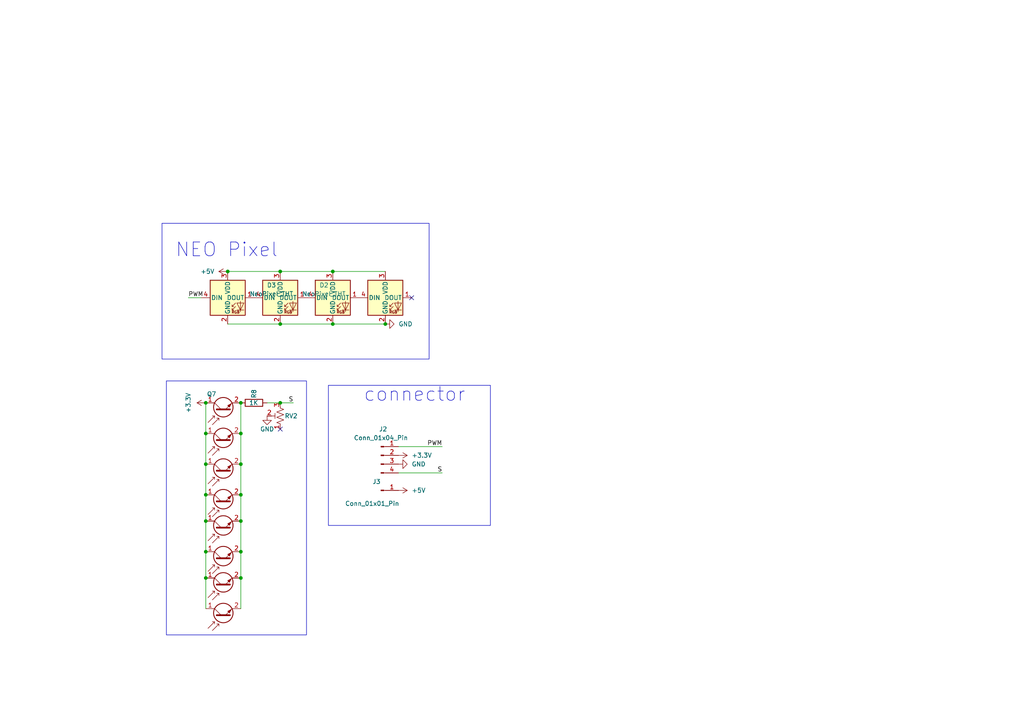
<source format=kicad_sch>
(kicad_sch (version 20230121) (generator eeschema)
  (paper "A4")
  (lib_symbols
    (symbol "Connector:Conn_01x01_Pin" (pin_names (offset 1.016) hide)
      (property "Reference" "J" (at 0 2.54 0))
      (property "Value" "Conn_01x01_Pin" (at 0 -2.54 0))
      (symbol "Conn_01x01_Pin_1_1"
        (polyline (pts (xy 1.27 0) (xy 0.8636 0)) (stroke (width 0.1524)))
        (rectangle (start 0.8636 0.127) (end 0 -0.127) (stroke (width 0.1524)) (fill (type outline)))
        (pin passive line (at 5.08 0 180) (length 3.81) (name "Pin_1") (number "1"))
      )
    )
    (symbol "Connector:Conn_01x04_Pin" (pin_names (offset 1.016) hide)
      (property "Reference" "J" (at 0 5.08 0))
      (property "Value" "Conn_01x04_Pin" (at 0 -7.62 0))
      (symbol "Conn_01x04_Pin_1_1"
        (polyline (pts (xy 1.27 -5.08) (xy 0.8636 -5.08)) (stroke (width 0.1524)))
        (polyline (pts (xy 1.27 -2.54) (xy 0.8636 -2.54)) (stroke (width 0.1524)))
        (polyline (pts (xy 1.27 0) (xy 0.8636 0)) (stroke (width 0.1524)))
        (polyline (pts (xy 1.27 2.54) (xy 0.8636 2.54)) (stroke (width 0.1524)))
        (rectangle (start 0.8636 -4.953) (end 0 -5.207) (stroke (width 0.1524)) (fill (type outline)))
        (rectangle (start 0.8636 -2.413) (end 0 -2.667) (stroke (width 0.1524)) (fill (type outline)))
        (rectangle (start 0.8636 0.127) (end 0 -0.127) (stroke (width 0.1524)) (fill (type outline)))
        (rectangle (start 0.8636 2.667) (end 0 2.413) (stroke (width 0.1524)) (fill (type outline)))
        (pin passive line (at 5.08 2.54 180) (length 3.81) (name "Pin_1") (number "1"))
        (pin passive line (at 5.08 0 180) (length 3.81) (name "Pin_2") (number "2"))
        (pin passive line (at 5.08 -2.54 180) (length 3.81) (name "Pin_3") (number "3"))
        (pin passive line (at 5.08 -5.08 180) (length 3.81) (name "Pin_4") (number "4"))
      )
    )
    (symbol "Device:Q_Photo_NPN" (pin_names (offset 0) hide)
      (property "Reference" "Q" (at 5.08 1.27 0))
      (property "Value" "Q_Photo_NPN" (at 5.08 -1.27 0))
      (symbol "Q_Photo_NPN_0_1"
        (polyline (pts (xy -1.905 1.27) (xy -2.54 1.27)))
        (polyline (pts (xy -1.27 2.54) (xy -1.905 2.54)))
        (polyline (pts (xy 0.635 0.635) (xy 2.54 2.54)))
        (polyline (pts (xy -3.81 3.175) (xy -1.905 1.27) (xy -1.905 1.905)))
        (polyline (pts (xy -3.175 4.445) (xy -1.27 2.54) (xy -1.27 3.175)))
        (polyline (pts (xy 0.635 -0.635) (xy 2.54 -2.54) (xy 2.54 -2.54)))
        (polyline (pts (xy 0.635 1.905) (xy 0.635 -1.905) (xy 0.635 -1.905)) (stroke (width 0.508)))
        (polyline (pts (xy 1.27 -1.778) (xy 1.778 -1.27) (xy 2.286 -2.286) (xy 1.27 -1.778) (xy 1.27 -1.778)) (fill (type outline)))
        (circle (center 1.27 0) (radius 2.8194) (stroke (width 0.254)))
      )
      (symbol "Q_Photo_NPN_1_1"
        (pin passive line (at 2.54 5.08 270) (length 2.54) (name "C") (number "1"))
        (pin passive line (at 2.54 -5.08 90) (length 2.54) (name "E") (number "2"))
      )
    )
    (symbol "Device:R" (pin_numbers hide) (pin_names (offset 0))
      (property "Reference" "R" (at 2.032 0 90))
      (property "Value" "R" (at 0 0 90))
      (symbol "R_0_1"
        (rectangle (start -1.016 -2.54) (end 1.016 2.54) (stroke (width 0.254)))
      )
      (symbol "R_1_1"
        (pin passive line (at 0 3.81 270) (length 1.27) (name "~") (number "1"))
        (pin passive line (at 0 -3.81 90) (length 1.27) (name "~") (number "2"))
      )
    )
    (symbol "Device:R_Potentiometer_Trim_US" (pin_names (offset 1.016) hide)
      (property "Reference" "RV" (at -4.445 0 90))
      (property "Value" "R_Potentiometer_Trim_US" (at -2.54 0 90))
      (symbol "R_Potentiometer_Trim_US_0_1"
        (polyline (pts (xy 0 -2.286) (xy 0 -2.54)))
        (polyline (pts (xy 0 2.286) (xy 0 2.54)))
        (polyline (pts (xy 1.524 0.762) (xy 1.524 -0.762)))
        (polyline (pts (xy 2.54 0) (xy 1.524 0)))
        (polyline (pts (xy 0 -0.762) (xy 1.016 -1.143) (xy 0 -1.524) (xy -1.016 -1.905) (xy 0 -2.286)))
        (polyline (pts (xy 0 0.762) (xy 1.016 0.381) (xy 0 0) (xy -1.016 -0.381) (xy 0 -0.762)))
        (polyline (pts (xy 0 2.286) (xy 1.016 1.905) (xy 0 1.524) (xy -1.016 1.143) (xy 0 0.762)))
      )
      (symbol "R_Potentiometer_Trim_US_1_1"
        (pin passive line (at 0 3.81 270) (length 1.27) (name "1") (number "1"))
        (pin passive line (at 3.81 0 180) (length 1.27) (name "2") (number "2"))
        (pin passive line (at 0 -3.81 90) (length 1.27) (name "3") (number "3"))
      )
    )
    (symbol "LED:NeoPixel_THT" (pin_names (offset 0.254))
      (property "Reference" "D" (at 5.08 5.715 0))
      (property "Value" "NeoPixel_THT" (at 1.27 -5.715 0))
      (symbol "NeoPixel_THT_0_0"
        (text "RGB" (at 2.286 -4.191 0) (effects (font (size 0.762 0.762))))
      )
      (symbol "NeoPixel_THT_0_1"
        (polyline (pts (xy 1.27 -3.556) (xy 1.778 -3.556)))
        (polyline (pts (xy 1.27 -2.54) (xy 1.778 -2.54)))
        (polyline (pts (xy 4.699 -3.556) (xy 2.667 -3.556)))
        (polyline (pts (xy 2.286 -2.54) (xy 1.27 -3.556) (xy 1.27 -3.048)))
        (polyline (pts (xy 2.286 -1.524) (xy 1.27 -2.54) (xy 1.27 -2.032)))
        (polyline (pts (xy 3.683 -1.016) (xy 3.683 -3.556) (xy 3.683 -4.064)))
        (polyline (pts (xy 4.699 -1.524) (xy 2.667 -1.524) (xy 3.683 -3.556) (xy 4.699 -1.524)))
        (rectangle (start 5.08 5.08) (end -5.08 -5.08) (stroke (width 0.254)) (fill (type background)))
      )
      (symbol "NeoPixel_THT_1_1"
        (pin output line (at 7.62 0 180) (length 2.54) (name "DOUT") (number "1"))
        (pin power_in line (at 0 -7.62 90) (length 2.54) (name "GND") (number "2"))
        (pin power_in line (at 0 7.62 270) (length 2.54) (name "VDD") (number "3"))
        (pin input line (at -7.62 0 0) (length 2.54) (name "DIN") (number "4"))
      )
    )
    (symbol "power:+3.3V" (power) (pin_names (offset 0))
      (property "Value" "+3.3V" (at 0 3.556 0))
      (symbol "+3.3V_0_1"
        (polyline (pts (xy -0.762 1.27) (xy 0 2.54)))
        (polyline (pts (xy 0 0) (xy 0 2.54)))
        (polyline (pts (xy 0 2.54) (xy 0.762 1.27)))
      )
      (symbol "+3.3V_1_1"
        (pin power_in line (at 0 0 90) (length 0) hide (name "+3.3V") (number "1"))
      )
    )
    (symbol "power:+5V" (power) (pin_names (offset 0))
      (property "Value" "+5V" (at 0 3.556 0))
      (symbol "+5V_0_1"
        (polyline (pts (xy -0.762 1.27) (xy 0 2.54)))
        (polyline (pts (xy 0 0) (xy 0 2.54)))
        (polyline (pts (xy 0 2.54) (xy 0.762 1.27)))
      )
      (symbol "+5V_1_1"
        (pin power_in line (at 0 0 90) (length 0) hide (name "+5V") (number "1"))
      )
    )
    (symbol "power:GND" (power) (pin_names (offset 0))
      (property "Value" "GND" (at 0 -3.81 0))
      (symbol "GND_0_1"
        (polyline (pts (xy 0 0) (xy 0 -1.27) (xy 1.27 -1.27) (xy 0 -2.54) (xy -1.27 -1.27) (xy 0 -1.27)))
      )
      (symbol "GND_1_1"
        (pin power_in line (at 0 0 270) (length 0) hide (name "GND") (number "1"))
      )
    )
  )
  (junction (at 81.28 93.98))
  (junction (at 69.85 151.13))
  (junction (at 96.52 93.98))
  (junction (at 59.69 160.02))
  (junction (at 59.69 125.73))
  (junction (at 96.52 78.74))
  (junction (at 69.85 160.02))
  (junction (at 59.69 167.64))
  (junction (at 69.85 116.84))
  (junction (at 69.85 125.73))
  (junction (at 59.69 134.62))
  (junction (at 81.28 78.74))
  (junction (at 59.69 151.13))
  (junction (at 111.76 93.98))
  (junction (at 69.85 134.62))
  (junction (at 81.28 116.84))
  (junction (at 59.69 143.51))
  (junction (at 69.85 167.64))
  (junction (at 59.69 116.84))
  (junction (at 69.85 143.51))
  (junction (at 66.04 78.74))
  (no_connect (at 119.38 86.36))
  (no_connect (at 81.28 124.46))
  (wire (pts (xy 59.69 125.73) (xy 59.69 134.62)))
  (wire (pts (xy 111.76 93.98) (xy 96.52 93.98)))
  (wire (pts (xy 81.28 116.84) (xy 85.09 116.84)))
  (wire (pts (xy 111.76 78.74) (xy 96.52 78.74)))
  (wire (pts (xy 59.69 151.13) (xy 59.69 160.02)))
  (wire (pts (xy 66.04 93.98) (xy 81.28 93.98)))
  (wire (pts (xy 81.28 93.98) (xy 96.52 93.98)))
  (wire (pts (xy 69.85 160.02) (xy 69.85 167.64)))
  (wire (pts (xy 77.47 116.84) (xy 81.28 116.84)))
  (wire (pts (xy 59.69 116.84) (xy 59.69 125.73)))
  (wire (pts (xy 128.27 129.54) (xy 115.57 129.54)))
  (wire (pts (xy 128.27 137.16) (xy 115.57 137.16)))
  (wire (pts (xy 66.04 78.74) (xy 81.28 78.74)))
  (wire (pts (xy 69.85 125.73) (xy 69.85 134.62)))
  (wire (pts (xy 69.85 116.84) (xy 69.85 125.73)))
  (wire (pts (xy 59.69 134.62) (xy 59.69 143.51)))
  (wire (pts (xy 69.85 167.64) (xy 69.85 176.53)))
  (wire (pts (xy 59.69 160.02) (xy 59.69 167.64)))
  (wire (pts (xy 54.61 86.36) (xy 58.42 86.36)))
  (wire (pts (xy 81.28 78.74) (xy 96.52 78.74)))
  (wire (pts (xy 69.85 134.62) (xy 69.85 143.51)))
  (wire (pts (xy 59.69 167.64) (xy 59.69 176.53)))
  (wire (pts (xy 69.85 151.13) (xy 69.85 160.02)))
  (wire (pts (xy 59.69 143.51) (xy 59.69 151.13)))
  (wire (pts (xy 69.85 143.51) (xy 69.85 151.13)))
  (rectangle (start 46.99 64.77) (end 124.46 104.14))
  (rectangle (start 48.26 110.49) (end 88.9 184.15))
  (rectangle (start 95.25 111.76) (end 142.24 152.4))
  (text "connector" (at 105.41 116.84 0) (effects (font (size 4 4)) (justify left bottom)))
  (text "NEO Pixel\n" (at 50.8 74.93 0) (effects (font (size 4 4)) (justify left bottom)))
  (label "PWM" (at 128.27 129.54 180))
  (label "S" (at 128.27 137.16 180))
  (label "PWM" (at 54.61 86.36 0))
  (label "S" (at 85.09 116.84 180))
  (symbol (lib_id "power:GND") (at 115.57 134.62 90) (unit 1)
    (property "Reference" "#PWR012" (effects hide))
    (property "Value" "GND" (at 119.38 134.62 90) (effects (justify right)))
  )
  (symbol (lib_id "Device:Q_Photo_NPN") (at 64.77 153.67 90) (unit 1)
    (property "Reference" "Q1" (effects hide))
    (property "Value" "Q_Photo_NPN" (effects hide))
    (property "Footprint" "LED_THT:LED_D3.0mm_Clear" (effects hide))
  )
  (symbol (lib_id "LED:NeoPixel_THT") (at 66.04 86.36 0) (unit 1)
    (property "Reference" "D3" (at 78.74 82.7121 0))
    (property "Value" "NeoPixel_THT" (at 78.74 85.2521 0))
    (property "Footprint" "LED_SMD:LED_WS2812B_PLCC4_5.0x5.0mm_P3.2mm" (effects hide))
    (property "Datasheet" "https://www.adafruit.com/product/1938" (effects hide))
  )
  (symbol (lib_id "Device:Q_Photo_NPN") (at 64.77 162.56 90) (unit 1)
    (property "Reference" "Q2" (effects hide))
    (property "Value" "Q_Photo_NPN" (effects hide))
    (property "Footprint" "LED_THT:LED_D3.0mm_Clear" (effects hide))
  )
  (symbol (lib_id "power:+3.3V") (at 115.57 132.08 270) (unit 1)
    (property "Reference" "#PWR011" (effects hide))
    (property "Value" "+3.3V" (at 119.38 132.08 90) (effects (justify left)))
  )
  (symbol (lib_id "Device:R_Potentiometer_Trim_US") (at 81.28 120.65 180) (unit 1)
    (property "Reference" "RV2" (at 82.55 120.65 0) (effects (justify right)))
    (property "Value" "R_Potentiometer_Trim_US" (effects hide))
    (property "Footprint" "Potentiometer_SMD:Potentiometer_Vishay_TS53YJ_Vertical" (effects hide))
  )
  (symbol (lib_id "Connector:Conn_01x04_Pin") (at 110.49 132.08 0) (unit 1)
    (property "Reference" "J2" (at 111.125 124.46 0))
    (property "Value" "Conn_01x04_Pin" (at 110.49 127 0))
    (property "Footprint" "Connector_PinHeader_2.54mm:PinHeader_1x04_P2.54mm_Horizontal" (effects hide))
  )
  (symbol (lib_id "power:+5V") (at 66.04 78.74 90) (unit 1)
    (property "Reference" "#PWR01" (effects hide))
    (property "Value" "+5V" (at 62.23 78.74 90) (effects (justify left)))
  )
  (symbol (lib_id "power:GND") (at 111.76 93.98 90) (unit 1)
    (property "Reference" "#PWR03" (effects hide))
    (property "Value" "GND" (at 115.57 93.98 90) (effects (justify right)))
  )
  (symbol (lib_id "Device:Q_Photo_NPN") (at 64.77 146.05 90) (unit 1)
    (property "Reference" "Q10" (effects hide))
    (property "Value" "Q_Photo_NPN" (effects hide))
    (property "Footprint" "LED_THT:LED_D3.0mm_Clear" (effects hide))
  )
  (symbol (lib_id "Device:Q_Photo_NPN") (at 64.77 179.07 90) (unit 1)
    (property "Reference" "Q4" (effects hide))
    (property "Value" "Q_Photo_NPN" (effects hide))
    (property "Footprint" "LED_THT:LED_D3.0mm_Clear" (effects hide))
  )
  (symbol (lib_id "Device:Q_Photo_NPN") (at 64.77 119.38 90) (unit 1)
    (property "Reference" "Q7" (at 62.7507 114.3 90) (effects (justify left)))
    (property "Value" "Q_Photo_NPN" (effects hide))
    (property "Footprint" "LED_THT:LED_D3.0mm_Clear" (effects hide))
  )
  (symbol (lib_id "LED:NeoPixel_THT") (at 96.52 86.36 0) (unit 1)
    (property "Reference" "D5" (effects hide))
    (property "Value" "NeoPixel_THT" (effects hide))
    (property "Footprint" "LED_SMD:LED_WS2812B_PLCC4_5.0x5.0mm_P3.2mm" (effects hide))
    (property "Datasheet" "https://www.adafruit.com/product/1938" (effects hide))
  )
  (symbol (lib_id "power:GND") (at 77.47 120.65 0) (unit 1)
    (property "Reference" "#PWR09" (effects hide))
    (property "Value" "GND" (at 77.47 124.46 0))
  )
  (symbol (lib_id "Device:Q_Photo_NPN") (at 64.77 170.18 90) (unit 1)
    (property "Reference" "Q3" (effects hide))
    (property "Value" "Q_Photo_NPN" (effects hide))
    (property "Footprint" "LED_THT:LED_D3.0mm_Clear" (effects hide))
  )
  (symbol (lib_id "Connector:Conn_01x01_Pin") (at 110.49 142.24 0) (unit 1)
    (property "Reference" "J3" (at 109.22 139.7 0))
    (property "Value" "Conn_01x01_Pin" (at 107.95 146.05 0))
    (property "Footprint" "Connector_PinHeader_2.54mm:PinHeader_1x01_P2.54mm_Vertical" (effects hide))
  )
  (symbol (lib_id "Device:Q_Photo_NPN") (at 64.77 128.27 90) (unit 1)
    (property "Reference" "Q8" (effects hide))
    (property "Value" "Q_Photo_NPN" (effects hide))
    (property "Footprint" "LED_THT:LED_D3.0mm_Clear" (effects hide))
  )
  (symbol (lib_id "power:+3.3V") (at 59.69 116.84 90) (unit 1)
    (property "Reference" "#PWR08" (effects hide))
    (property "Value" "+3.3V" (at 54.61 116.84 0))
  )
  (symbol (lib_id "Device:R") (at 73.66 116.84 270) (unit 1)
    (property "Reference" "R8" (at 73.66 115.57 0) (effects (justify right)))
    (property "Value" "1K" (at 74.93 116.84 90) (effects (justify right)))
    (property "Footprint" "Resistor_SMD:R_2010_5025Metric" (effects hide))
  )
  (symbol (lib_id "Device:Q_Photo_NPN") (at 64.77 137.16 90) (unit 1)
    (property "Reference" "Q9" (effects hide))
    (property "Value" "Q_Photo_NPN" (effects hide))
    (property "Footprint" "LED_THT:LED_D3.0mm_Clear" (effects hide))
  )
  (symbol (lib_id "LED:NeoPixel_THT") (at 81.28 86.36 0) (unit 1)
    (property "Reference" "D2" (at 93.98 82.7121 0))
    (property "Value" "NeoPixel_THT" (at 93.98 85.2521 0))
    (property "Footprint" "LED_SMD:LED_WS2812B_PLCC4_5.0x5.0mm_P3.2mm" (effects hide))
    (property "Datasheet" "https://www.adafruit.com/product/1938" (effects hide))
  )
  (symbol (lib_id "power:+5V") (at 115.57 142.24 270) (unit 1)
    (property "Reference" "#PWR06" (effects hide))
    (property "Value" "+5V" (at 119.38 142.24 90) (effects (justify left)))
  )
  (symbol (lib_id "LED:NeoPixel_THT") (at 111.76 86.36 0) (unit 1)
    (property "Reference" "D1" (effects hide))
    (property "Value" "NeoPixel_THT" (effects hide))
    (property "Footprint" "LED_SMD:LED_WS2812B_PLCC4_5.0x5.0mm_P3.2mm" (effects hide))
    (property "Datasheet" "https://www.adafruit.com/product/1938" (effects hide))
  )
)
</source>
